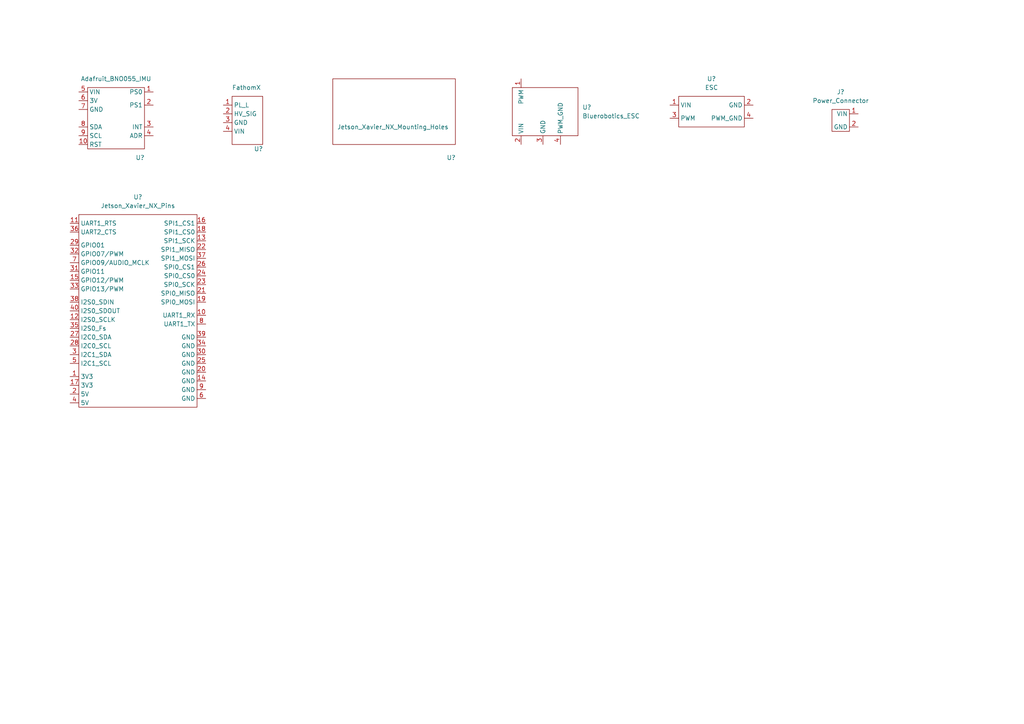
<source format=kicad_sch>
(kicad_sch (version 20211123) (generator eeschema)
  (paper "A4")
  (lib_symbols
    (symbol "lasagna-motherboard:Adafruit_BNO055_IMU"
      (property "Reference" "U?" (at 7.62 -10.16 0))
      (property "Value" "Adafruit_BNO055_IMU" (at 0 11.43 0))
      (symbol "Adafruit_BNO055_IMU_0_1"
        (rectangle (start -8.89 8.89) (end 7.62 -8.89))
      )
      (symbol "Adafruit_BNO055_IMU_1_1"
        (pin input line (at 10.16 7.62 180) (length 2.54) (name "PS0") (number "1"))
        (pin input line (at -11.43 -7.62 0) (length 2.54) (name "RST") (number "10"))
        (pin input line (at 10.16 3.81 180) (length 2.54) (name "PS1") (number "2"))
        (pin input line (at 10.16 -2.54 180) (length 2.54) (name "INT") (number "3"))
        (pin input line (at 10.16 -5.08 180) (length 2.54) (name "ADR") (number "4"))
        (pin input line (at -11.43 7.62 0) (length 2.54) (name "VIN") (number "5"))
        (pin input line (at -11.43 5.08 0) (length 2.54) (name "3V") (number "6"))
        (pin input line (at -11.43 2.54 0) (length 2.54) (name "GND") (number "7"))
        (pin input line (at -11.43 -2.54 0) (length 2.54) (name "SDA") (number "8"))
        (pin input line (at -11.43 -5.08 0) (length 2.54) (name "SCL") (number "9"))
      )
    )
    (symbol "lasagna-motherboard:Bluerobotics_ESC"
      (property "Reference" "U?" (at 7.62 -12.7 0))
      (property "Value" "Bluerobotics_ESC" (at 1.27 7.62 0))
      (symbol "Bluerobotics_ESC_0_1"
        (rectangle (start -11.43 3.81) (end 7.62 -10.16))
      )
      (symbol "Bluerobotics_ESC_1_1"
        (pin input line (at -8.89 6.35 270) (length 2.54) (name "PWM") (number "1"))
        (pin input line (at -8.89 -12.7 90) (length 2.54) (name "VIN") (number "2"))
        (pin input line (at -2.54 -12.7 90) (length 2.54) (name "GND") (number "3"))
        (pin input line (at 2.54 -12.7 90) (length 2.54) (name "PWM_GND") (number "4"))
      )
    )
    (symbol "lasagna-motherboard:ESC"
      (property "Reference" "U?" (at 6.35 -8.89 0))
      (property "Value" "ESC" (at 0 3.81 0))
      (symbol "ESC_0_1"
        (rectangle (start -8.89 2.54) (end 10.16 -6.35))
      )
      (symbol "ESC_1_1"
        (pin input line (at -11.43 0 0) (length 2.54) (name "VIN") (number "1"))
        (pin input line (at 12.7 0 180) (length 2.54) (name "GND") (number "2"))
        (pin input line (at -11.43 -3.81 0) (length 2.54) (name "PWM") (number "3"))
        (pin input line (at 12.7 -3.81 180) (length 2.54) (name "PWM_GND") (number "4"))
      )
    )
    (symbol "lasagna-motherboard:FathomX"
      (property "Reference" "U?" (at 5.08 -8.89 0))
      (property "Value" "FathomX" (at 0 8.89 0))
      (symbol "FathomX_0_1"
        (rectangle (start -3.81 6.35) (end 5.08 -7.62))
      )
      (symbol "FathomX_1_1"
        (pin input line (at -6.35 3.81 0) (length 2.54) (name "PL_L") (number "1"))
        (pin input line (at -6.35 1.27 0) (length 2.54) (name "HV_SIG") (number "2"))
        (pin input line (at -6.35 -1.27 0) (length 2.54) (name "GND") (number "3"))
        (pin input line (at -6.35 -3.81 0) (length 2.54) (name "VIN") (number "4"))
      )
    )
    (symbol "lasagna-motherboard:Jetson_Xavier_NX_Mounting_Holes"
      (property "Reference" "U?" (at 15.24 -11.43 0))
      (property "Value" "Jetson_Xavier_NX_Mounting_Holes" (at 0 13.97 0))
      (symbol "Jetson_Xavier_NX_Mounting_Holes_0_1"
        (rectangle (start -17.78 10.16) (end 17.78 -8.89))
      )
    )
    (symbol "lasagna-motherboard:Jetson_Xavier_NX_Pins"
      (property "Reference" "U?" (at 20.32 -33.02 0))
      (property "Value" "Jetson_Xavier_NX_Pins" (at -10.16 30.48 0))
      (symbol "Jetson_Xavier_NX_Pins_0_1"
        (rectangle (start -17.78 26.67) (end 16.51 -29.21))
      )
      (symbol "Jetson_Xavier_NX_Pins_1_1"
        (pin input line (at -20.32 -20.32 0) (length 2.54) (name "3V3") (number "1"))
        (pin input line (at 19.05 -2.54 180) (length 2.54) (name "UART1_RX") (number "10"))
        (pin input line (at -20.32 24.13 0) (length 2.54) (name "UART1_RTS") (number "11"))
        (pin input line (at -20.32 -3.81 0) (length 2.54) (name "I2S0_SCLK") (number "12"))
        (pin input line (at 19.05 19.05 180) (length 2.54) (name "SPI1_SCK") (number "13"))
        (pin input line (at 19.05 -21.59 180) (length 2.54) (name "GND") (number "14"))
        (pin input line (at -20.32 7.62 0) (length 2.54) (name "GPIO12/PWM") (number "15"))
        (pin input line (at 19.05 24.13 180) (length 2.54) (name "SPI1_CS1") (number "16"))
        (pin input line (at -20.32 -22.86 0) (length 2.54) (name "3V3") (number "17"))
        (pin input line (at 19.05 21.59 180) (length 2.54) (name "SPI1_CS0") (number "18"))
        (pin input line (at 19.05 1.27 180) (length 2.54) (name "SPI0_MOSI") (number "19"))
        (pin input line (at -20.32 -25.4 0) (length 2.54) (name "5V") (number "2"))
        (pin input line (at 19.05 -19.05 180) (length 2.54) (name "GND") (number "20"))
        (pin input line (at 19.05 3.81 180) (length 2.54) (name "SPI0_MISO") (number "21"))
        (pin input line (at 19.05 16.51 180) (length 2.54) (name "SPI1_MISO") (number "22"))
        (pin input line (at 19.05 6.35 180) (length 2.54) (name "SPI0_SCK") (number "23"))
        (pin input line (at 19.05 8.89 180) (length 2.54) (name "SPI0_CS0") (number "24"))
        (pin input line (at 19.05 -16.51 180) (length 2.54) (name "GND") (number "25"))
        (pin input line (at 19.05 11.43 180) (length 2.54) (name "SPI0_CS1") (number "26"))
        (pin input line (at -20.32 -8.89 0) (length 2.54) (name "I2C0_SDA") (number "27"))
        (pin input line (at -20.32 -11.43 0) (length 2.54) (name "I2C0_SCL") (number "28"))
        (pin input line (at -20.32 17.78 0) (length 2.54) (name "GPIO01") (number "29"))
        (pin input line (at -20.32 -13.97 0) (length 2.54) (name "I2C1_SDA") (number "3"))
        (pin input line (at 19.05 -13.97 180) (length 2.54) (name "GND") (number "30"))
        (pin input line (at -20.32 10.16 0) (length 2.54) (name "GPIO11") (number "31"))
        (pin input line (at -20.32 15.24 0) (length 2.54) (name "GPIO07/PWM") (number "32"))
        (pin input line (at -20.32 5.08 0) (length 2.54) (name "GPIO13/PWM") (number "33"))
        (pin input line (at 19.05 -11.43 180) (length 2.54) (name "GND") (number "34"))
        (pin input line (at -20.32 -6.35 0) (length 2.54) (name "I2S0_Fs") (number "35"))
        (pin input line (at -20.32 21.59 0) (length 2.54) (name "UART2_CTS") (number "36"))
        (pin input line (at 19.05 13.97 180) (length 2.54) (name "SPI1_MOSI") (number "37"))
        (pin input line (at -20.32 1.27 0) (length 2.54) (name "I2S0_SDIN") (number "38"))
        (pin input line (at 19.05 -8.89 180) (length 2.54) (name "GND") (number "39"))
        (pin input line (at -20.32 -27.94 0) (length 2.54) (name "5V") (number "4"))
        (pin input line (at -20.32 -1.27 0) (length 2.54) (name "I2S0_SDOUT") (number "40"))
        (pin input line (at -20.32 -16.51 0) (length 2.54) (name "I2C1_SCL") (number "5"))
        (pin input line (at 19.05 -26.67 180) (length 2.54) (name "GND") (number "6"))
        (pin input line (at -20.32 12.7 0) (length 2.54) (name "GPIO09/AUDIO_MCLK") (number "7"))
        (pin input line (at 19.05 -5.08 180) (length 2.54) (name "UART1_TX") (number "8"))
        (pin input line (at 19.05 -24.13 180) (length 2.54) (name "GND") (number "9"))
      )
    )
    (symbol "lasagna-motherboard:Power_Connector"
      (property "Reference" "J?" (at 3.81 -5.08 0))
      (property "Value" "Power_Connector" (at 1.27 5.08 0))
      (symbol "Power_Connector_0_1"
        (rectangle (start 2.54 2.54) (end -2.54 -3.81))
      )
      (symbol "Power_Connector_1_1"
        (pin input line (at 5.08 1.27 180) (length 2.54) (name "VIN") (number "1"))
        (pin input line (at 5.08 -2.54 180) (length 2.54) (name "GND") (number "2"))
      )
    )
  )
  (symbol (lib_id "lasagna-motherboard:Jetson_Xavier_NX_Mounting_Holes") (at 114.3 33.02 0) (unit 1)
    (property "Reference" "U?" (at 129.54 45.72 0) (effects (justify left)))
    (property "Value" "Jetson_Xavier_NX_Mounting_Holes" (at 97.79 36.83 0) (effects (justify left)))
  )
  (symbol (lib_id "lasagna-motherboard:Jetson_Xavier_NX_Pins") (at 40.64 88.9 0) (unit 1)
    (property "Reference" "U?" (at 40.005 57.15 0))
    (property "Value" "Jetson_Xavier_NX_Pins" (at 40.005 59.69 0))
  )
  (symbol (lib_id "lasagna-motherboard:Power_Connector") (at 243.84 34.29 0) (unit 1)
    (property "Reference" "J?" (at 243.84 26.67 0))
    (property "Value" "Power_Connector" (at 243.84 29.21 0))
  )
  (symbol (lib_id "lasagna-motherboard:Bluerobotics_ESC") (at 160.02 29.21 0) (unit 1)
    (property "Reference" "U?" (at 168.91 31.1149 0) (effects (justify left)))
    (property "Value" "Bluerobotics_ESC" (at 168.91 33.6549 0) (effects (justify left)))
  )
  (symbol (lib_id "lasagna-motherboard:Adafruit_BNO055_IMU") (at 34.29 34.29 0) (unit 1)
    (property "Reference" "U?" (at 40.64 45.72 0))
    (property "Value" "Adafruit_BNO055_IMU" (at 33.655 22.86 0))
  )
  (symbol (lib_id "lasagna-motherboard:FathomX") (at 71.12 34.29 0) (unit 1)
    (property "Reference" "U?" (at 73.66 43.18 0) (effects (justify left)))
    (property "Value" "FathomX" (at 67.31 25.4 0) (effects (justify left)))
  )
  (symbol (lib_id "lasagna-motherboard:ESC") (at 205.74 30.48 0) (unit 1)
    (property "Reference" "U?" (at 206.375 22.86 0))
    (property "Value" "ESC" (at 206.375 25.4 0))
  )
)
</source>
